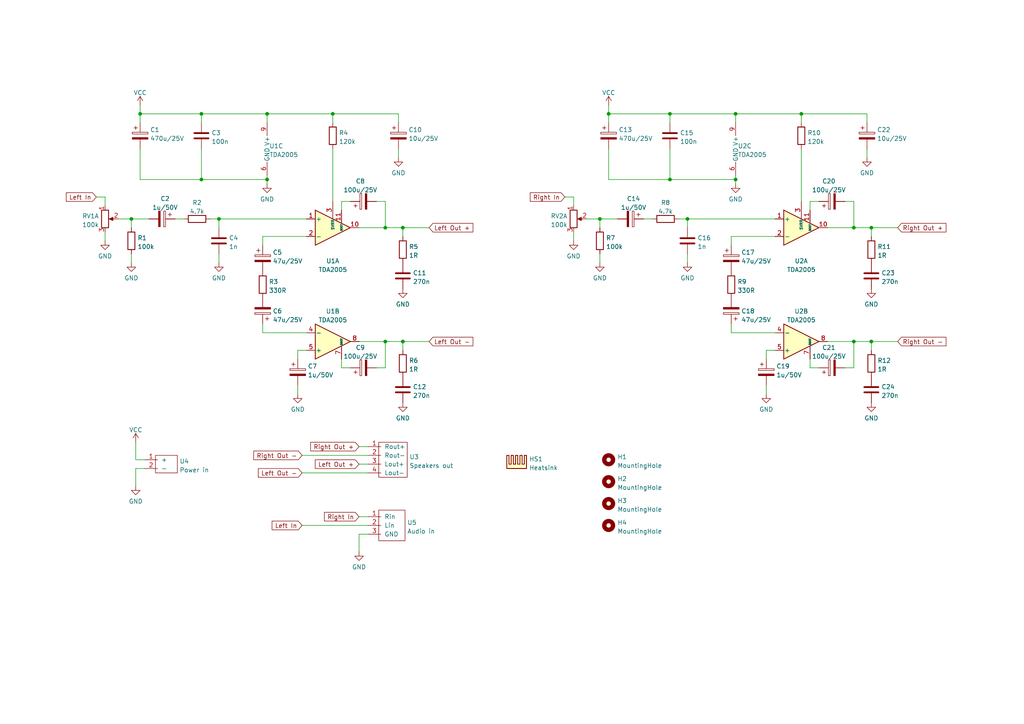
<source format=kicad_sch>
(kicad_sch (version 20230121) (generator eeschema)
  (paper "A4")
  (lib_symbols
    (symbol "Amplifier_Audio:TDA2005" (pin_names (offset 0.127))
      (property "Reference" "U" (at 7.62 6.35 0))
      (property "Value" "TDA2005" (at 7.62 3.81 0))
      (symbol "TDA2005_1_1"
        (polyline (pts (xy -5.08 5.08) (xy 5.08 0) (xy -5.08 -5.08) (xy -5.08 5.08)) (stroke (width 0.254)) (fill (type background)))
        (pin input line (at -7.62 2.54 0) (length 2.54) (name "+") (number "1"))
        (pin output line (at 7.62 0 180) (length 2.54) (name "~") (number "10"))
        (pin passive line (at 2.54 5.08 270) (length 3.81) (name "BOOT") (number "11"))
        (pin input line (at -7.62 -2.54 0) (length 2.54) (name "-") (number "2"))
        (pin passive line (at 0 7.62 270) (length 5.08) (name "SVRR") (number "3"))
      )
      (symbol "TDA2005_2_1"
        (polyline (pts (xy -5.08 5.08) (xy 5.08 0) (xy -5.08 -5.08) (xy -5.08 5.08)) (stroke (width 0.254)) (fill (type background)))
        (pin input line (at -7.62 -2.54 0) (length 2.54) (name "-") (number "4"))
        (pin input line (at -7.62 2.54 0) (length 2.54) (name "+") (number "5"))
        (pin passive line (at 2.54 5.08 270) (length 3.81) (name "BOOT") (number "7"))
        (pin output line (at 7.62 0 180) (length 2.54) (name "~") (number "8"))
      )
      (symbol "TDA2005_3_1"
        (pin power_in line (at -2.54 -7.62 90) (length 3.81) (name "GND") (number "6"))
        (pin power_in line (at -2.54 7.62 270) (length 3.81) (name "V+") (number "9"))
      )
    )
    (symbol "Device:C" (pin_numbers hide) (pin_names (offset 0.254))
      (property "Reference" "C" (at 0.635 2.54 0))
      (property "Value" "C" (at 0.635 -2.54 0))
      (symbol "C_0_1"
        (polyline (pts (xy -2.032 -0.762) (xy 2.032 -0.762)) (stroke (width 0.508)))
        (polyline (pts (xy -2.032 0.762) (xy 2.032 0.762)) (stroke (width 0.508)))
      )
      (symbol "C_1_1"
        (pin passive line (at 0 3.81 270) (length 2.794) (name "~") (number "1"))
        (pin passive line (at 0 -3.81 90) (length 2.794) (name "~") (number "2"))
      )
    )
    (symbol "Device:C_Polarized" (pin_numbers hide) (pin_names (offset 0.254))
      (property "Reference" "C" (at 0.635 2.54 0))
      (property "Value" "C_Polarized" (at 0.635 -2.54 0))
      (symbol "C_Polarized_0_1"
        (rectangle (start -2.286 0.508) (end 2.286 1.016))
        (polyline (pts (xy -1.778 2.286) (xy -0.762 2.286)))
        (polyline (pts (xy -1.27 2.794) (xy -1.27 1.778)))
        (rectangle (start 2.286 -0.508) (end -2.286 -1.016) (fill (type outline)))
      )
      (symbol "C_Polarized_1_1"
        (pin passive line (at 0 3.81 270) (length 2.794) (name "~") (number "1"))
        (pin passive line (at 0 -3.81 90) (length 2.794) (name "~") (number "2"))
      )
    )
    (symbol "Device:R" (pin_numbers hide) (pin_names (offset 0))
      (property "Reference" "R" (at 2.032 0 90))
      (property "Value" "R" (at 0 0 90))
      (symbol "R_0_1"
        (rectangle (start -1.016 -2.54) (end 1.016 2.54) (stroke (width 0.254)))
      )
      (symbol "R_1_1"
        (pin passive line (at 0 3.81 270) (length 1.27) (name "~") (number "1"))
        (pin passive line (at 0 -3.81 90) (length 1.27) (name "~") (number "2"))
      )
    )
    (symbol "Device:R_Potentiometer_Dual_Separate" (pin_names (offset 1.016) hide)
      (property "Reference" "RV" (at -4.445 0 90))
      (property "Value" "R_Potentiometer_Dual_Separate" (at -2.54 0 90))
      (symbol "R_Potentiometer_Dual_Separate_0_1"
        (polyline (pts (xy 2.54 0) (xy 1.524 0)))
        (polyline (pts (xy 1.143 0) (xy 2.286 0.508) (xy 2.286 -0.508) (xy 1.143 0)) (fill (type outline)))
        (rectangle (start 1.016 2.54) (end -1.016 -2.54) (stroke (width 0.254)))
      )
      (symbol "R_Potentiometer_Dual_Separate_1_1"
        (pin passive line (at 0 3.81 270) (length 1.27) (name "1") (number "1"))
        (pin passive line (at 3.81 0 180) (length 1.27) (name "2") (number "2"))
        (pin passive line (at 0 -3.81 90) (length 1.27) (name "3") (number "3"))
      )
      (symbol "R_Potentiometer_Dual_Separate_2_1"
        (pin passive line (at 0 3.81 270) (length 1.27) (name "4") (number "4"))
        (pin passive line (at 3.81 0 180) (length 1.27) (name "5") (number "5"))
        (pin passive line (at 0 -3.81 90) (length 1.27) (name "6") (number "6"))
      )
    )
    (symbol "Mechanical:Heatsink" (pin_names (offset 1.016))
      (property "Reference" "HS" (at 0 5.08 0))
      (property "Value" "Heatsink" (at 0 -1.27 0))
      (symbol "Heatsink_0_1"
        (polyline (pts (xy -0.3302 1.27) (xy -0.9652 1.27) (xy -0.9652 3.81) (xy -1.6002 3.81) (xy -1.6002 1.27) (xy -2.2352 1.27) (xy -2.2352 3.81) (xy -2.8702 3.81) (xy -2.8702 0) (xy -0.9652 0)) (stroke (width 0.254)) (fill (type background)))
        (polyline (pts (xy -0.3302 1.27) (xy -0.3302 3.81) (xy 0.3048 3.81) (xy 0.3048 1.27) (xy 0.9398 1.27) (xy 0.9398 3.81) (xy 1.5748 3.81) (xy 1.5748 1.27) (xy 2.2098 1.27) (xy 2.2098 3.81) (xy 2.8448 3.81) (xy 2.8448 0) (xy -0.9652 0)) (stroke (width 0.254)) (fill (type background)))
      )
    )
    (symbol "Mechanical:MountingHole" (pin_names (offset 1.016))
      (property "Reference" "H" (at 0 5.08 0))
      (property "Value" "MountingHole" (at 0 3.175 0))
      (symbol "MountingHole_0_1"
        (circle (center 0 0) (radius 1.27) (stroke (width 1.27)))
      )
    )
    (symbol "My_Parts:2-pole_power_in_screw_terminal" (pin_names (offset 1.016))
      (property "Reference" "U" (at 4.445 3.175 0))
      (property "Value" "2-pole_power_in_screw_terminal" (at 6.35 -5.715 0))
      (symbol "2-pole_power_in_screw_terminal_0_1"
        (rectangle (start 3.175 1.27) (end 9.525 -3.81))
      )
      (symbol "2-pole_power_in_screw_terminal_1_1"
        (pin power_in line (at 0 0 0) (length 3.81) (name "+") (number "1"))
        (pin power_in line (at 0 -2.54 0) (length 3.81) (name "-") (number "2"))
      )
    )
    (symbol "My_Parts:3-pole_RL-input_screw_terminal" (pin_names (offset 1.016))
      (property "Reference" "U" (at 4.445 3.175 0))
      (property "Value" "3-pole_RL-input_screw_terminal" (at 6.35 -8.255 0))
      (symbol "3-pole_RL-input_screw_terminal_0_1"
        (rectangle (start 3.175 1.905) (end 10.795 -6.985))
      )
      (symbol "3-pole_RL-input_screw_terminal_1_1"
        (pin input line (at 0 0 0) (length 3.81) (name "Rin") (number "1"))
        (pin input line (at 0 -2.54 0) (length 3.81) (name "Lin") (number "2"))
        (pin input line (at 0 -5.08 0) (length 3.81) (name "GND") (number "3"))
      )
    )
    (symbol "My_Parts:4-pole_RL-output_screw_terminal" (pin_names (offset 1.016))
      (property "Reference" "U" (at 4.445 3.175 0))
      (property "Value" "4-pole_RL-output_screw_terminal" (at 6.35 -10.795 0))
      (symbol "4-pole_RL-output_screw_terminal_0_1"
        (rectangle (start 3.175 1.27) (end 11.43 -8.89))
      )
      (symbol "4-pole_RL-output_screw_terminal_1_1"
        (pin output line (at 0 0 0) (length 3.81) (name "Rout+") (number "1"))
        (pin output line (at 0 -2.54 0) (length 3.81) (name "Rout-") (number "2"))
        (pin output line (at 0 -5.08 0) (length 3.81) (name "Lout+") (number "3"))
        (pin output line (at 0 -7.62 0) (length 3.81) (name "Lout-") (number "4"))
      )
    )
    (symbol "power:GND" (power) (pin_names (offset 0))
      (property "Value" "GND" (at 0 -3.81 0))
      (symbol "GND_0_1"
        (polyline (pts (xy 0 0) (xy 0 -1.27) (xy 1.27 -1.27) (xy 0 -2.54) (xy -1.27 -1.27) (xy 0 -1.27)))
      )
      (symbol "GND_1_1"
        (pin power_in line (at 0 0 270) (length 0) hide (name "GND") (number "1"))
      )
    )
    (symbol "power:VCC" (power) (pin_names (offset 0))
      (property "Value" "VCC" (at 0 3.81 0))
      (symbol "VCC_0_1"
        (polyline (pts (xy -0.762 1.27) (xy 0 2.54)))
        (polyline (pts (xy 0 0) (xy 0 2.54)))
        (polyline (pts (xy 0 2.54) (xy 0.762 1.27)))
      )
      (symbol "VCC_1_1"
        (pin power_in line (at 0 0 90) (length 0) hide (name "VCC") (number "1"))
      )
    )
  )
  (junction (at 173.99 63.5))
  (junction (at 194.31 52.07))
  (junction (at 213.36 33.02))
  (junction (at 40.64 33.02))
  (junction (at 63.5 63.5))
  (junction (at 176.53 33.02))
  (junction (at 116.84 66.04))
  (junction (at 38.1 63.5))
  (junction (at 111.76 66.04))
  (junction (at 213.36 52.07))
  (junction (at 58.42 52.07))
  (junction (at 77.47 33.02))
  (junction (at 199.39 63.5))
  (junction (at 247.65 66.04))
  (junction (at 58.42 33.02))
  (junction (at 252.73 99.06))
  (junction (at 247.65 99.06))
  (junction (at 194.31 33.02))
  (junction (at 116.84 99.06))
  (junction (at 77.47 52.07))
  (junction (at 96.52 33.02))
  (junction (at 111.76 99.06))
  (junction (at 252.73 66.04))
  (junction (at 232.41 33.02))
  (wire (pts (xy 176.53 33.02) (xy 176.53 35.56)))
  (wire (pts (xy 194.31 52.07) (xy 176.53 52.07)))
  (wire (pts (xy 99.06 104.14) (xy 99.06 106.68)))
  (wire (pts (xy 104.14 160.02) (xy 104.14 154.94)))
  (wire (pts (xy 111.76 99.06) (xy 104.14 99.06)))
  (wire (pts (xy 251.46 43.18) (xy 251.46 45.72)))
  (wire (pts (xy 247.65 58.42) (xy 245.11 58.42)))
  (wire (pts (xy 232.41 35.56) (xy 232.41 33.02)))
  (wire (pts (xy 176.53 30.48) (xy 176.53 33.02)))
  (wire (pts (xy 170.18 63.5) (xy 173.99 63.5)))
  (wire (pts (xy 88.9 63.5) (xy 63.5 63.5)))
  (wire (pts (xy 213.36 50.8) (xy 213.36 52.07)))
  (wire (pts (xy 76.2 68.58) (xy 76.2 71.12)))
  (wire (pts (xy 96.52 43.18) (xy 96.52 58.42)))
  (wire (pts (xy 232.41 43.18) (xy 232.41 58.42)))
  (wire (pts (xy 173.99 63.5) (xy 179.07 63.5)))
  (wire (pts (xy 77.47 33.02) (xy 77.47 35.56)))
  (wire (pts (xy 176.53 52.07) (xy 176.53 43.18)))
  (wire (pts (xy 40.64 33.02) (xy 40.64 35.56)))
  (wire (pts (xy 38.1 63.5) (xy 43.18 63.5)))
  (wire (pts (xy 186.69 63.5) (xy 189.23 63.5)))
  (wire (pts (xy 86.36 104.14) (xy 86.36 101.6)))
  (wire (pts (xy 252.73 66.04) (xy 252.73 68.58)))
  (wire (pts (xy 247.65 106.68) (xy 247.65 99.06)))
  (wire (pts (xy 116.84 99.06) (xy 124.46 99.06)))
  (wire (pts (xy 222.25 111.76) (xy 222.25 114.3)))
  (wire (pts (xy 213.36 52.07) (xy 194.31 52.07)))
  (wire (pts (xy 30.48 59.69) (xy 30.48 57.15)))
  (wire (pts (xy 213.36 52.07) (xy 213.36 53.34)))
  (wire (pts (xy 63.5 73.66) (xy 63.5 76.2)))
  (wire (pts (xy 77.47 50.8) (xy 77.47 52.07)))
  (wire (pts (xy 50.8 63.5) (xy 53.34 63.5)))
  (wire (pts (xy 58.42 52.07) (xy 40.64 52.07)))
  (wire (pts (xy 109.22 106.68) (xy 111.76 106.68)))
  (wire (pts (xy 104.14 149.86) (xy 106.68 149.86)))
  (wire (pts (xy 247.65 66.04) (xy 252.73 66.04)))
  (wire (pts (xy 252.73 99.06) (xy 260.35 99.06)))
  (wire (pts (xy 76.2 96.52) (xy 76.2 93.98)))
  (wire (pts (xy 222.25 104.14) (xy 222.25 101.6)))
  (wire (pts (xy 224.79 68.58) (xy 212.09 68.58)))
  (wire (pts (xy 115.57 43.18) (xy 115.57 45.72)))
  (wire (pts (xy 111.76 99.06) (xy 116.84 99.06)))
  (wire (pts (xy 252.73 99.06) (xy 252.73 101.6)))
  (wire (pts (xy 104.14 129.54) (xy 106.68 129.54)))
  (wire (pts (xy 99.06 58.42) (xy 101.6 58.42)))
  (wire (pts (xy 194.31 33.02) (xy 194.31 35.56)))
  (wire (pts (xy 247.65 99.06) (xy 240.03 99.06)))
  (wire (pts (xy 86.36 101.6) (xy 88.9 101.6)))
  (wire (pts (xy 116.84 99.06) (xy 116.84 101.6)))
  (wire (pts (xy 27.94 57.15) (xy 30.48 57.15)))
  (wire (pts (xy 234.95 104.14) (xy 234.95 106.68)))
  (wire (pts (xy 199.39 63.5) (xy 199.39 66.04)))
  (wire (pts (xy 115.57 35.56) (xy 115.57 33.02)))
  (wire (pts (xy 163.83 57.15) (xy 166.37 57.15)))
  (wire (pts (xy 234.95 106.68) (xy 237.49 106.68)))
  (wire (pts (xy 166.37 67.31) (xy 166.37 69.85)))
  (wire (pts (xy 99.06 106.68) (xy 101.6 106.68)))
  (wire (pts (xy 96.52 33.02) (xy 77.47 33.02)))
  (wire (pts (xy 87.63 137.16) (xy 106.68 137.16)))
  (wire (pts (xy 222.25 101.6) (xy 224.79 101.6)))
  (wire (pts (xy 58.42 33.02) (xy 40.64 33.02)))
  (wire (pts (xy 88.9 68.58) (xy 76.2 68.58)))
  (wire (pts (xy 245.11 106.68) (xy 247.65 106.68)))
  (wire (pts (xy 111.76 66.04) (xy 116.84 66.04)))
  (wire (pts (xy 77.47 33.02) (xy 58.42 33.02)))
  (wire (pts (xy 63.5 63.5) (xy 63.5 66.04)))
  (wire (pts (xy 86.36 111.76) (xy 86.36 114.3)))
  (wire (pts (xy 212.09 68.58) (xy 212.09 71.12)))
  (wire (pts (xy 38.1 63.5) (xy 38.1 66.04)))
  (wire (pts (xy 251.46 35.56) (xy 251.46 33.02)))
  (wire (pts (xy 224.79 63.5) (xy 199.39 63.5)))
  (wire (pts (xy 60.96 63.5) (xy 63.5 63.5)))
  (wire (pts (xy 224.79 96.52) (xy 212.09 96.52)))
  (wire (pts (xy 30.48 67.31) (xy 30.48 69.85)))
  (wire (pts (xy 234.95 58.42) (xy 237.49 58.42)))
  (wire (pts (xy 77.47 52.07) (xy 58.42 52.07)))
  (wire (pts (xy 40.64 30.48) (xy 40.64 33.02)))
  (wire (pts (xy 116.84 66.04) (xy 124.46 66.04)))
  (wire (pts (xy 38.1 73.66) (xy 38.1 76.2)))
  (wire (pts (xy 77.47 52.07) (xy 77.47 53.34)))
  (wire (pts (xy 104.14 154.94) (xy 106.68 154.94)))
  (wire (pts (xy 39.37 133.35) (xy 39.37 128.27)))
  (wire (pts (xy 104.14 134.62) (xy 106.68 134.62)))
  (wire (pts (xy 41.91 133.35) (xy 39.37 133.35)))
  (wire (pts (xy 194.31 33.02) (xy 176.53 33.02)))
  (wire (pts (xy 87.63 152.4) (xy 106.68 152.4)))
  (wire (pts (xy 34.29 63.5) (xy 38.1 63.5)))
  (wire (pts (xy 96.52 35.56) (xy 96.52 33.02)))
  (wire (pts (xy 199.39 73.66) (xy 199.39 76.2)))
  (wire (pts (xy 115.57 33.02) (xy 96.52 33.02)))
  (wire (pts (xy 252.73 66.04) (xy 260.35 66.04)))
  (wire (pts (xy 111.76 66.04) (xy 111.76 58.42)))
  (wire (pts (xy 247.65 66.04) (xy 247.65 58.42)))
  (wire (pts (xy 234.95 60.96) (xy 234.95 58.42)))
  (wire (pts (xy 232.41 33.02) (xy 213.36 33.02)))
  (wire (pts (xy 99.06 60.96) (xy 99.06 58.42)))
  (wire (pts (xy 251.46 33.02) (xy 232.41 33.02)))
  (wire (pts (xy 39.37 135.89) (xy 39.37 140.97)))
  (wire (pts (xy 166.37 59.69) (xy 166.37 57.15)))
  (wire (pts (xy 116.84 66.04) (xy 116.84 68.58)))
  (wire (pts (xy 87.63 132.08) (xy 106.68 132.08)))
  (wire (pts (xy 196.85 63.5) (xy 199.39 63.5)))
  (wire (pts (xy 58.42 52.07) (xy 58.42 43.18)))
  (wire (pts (xy 173.99 63.5) (xy 173.99 66.04)))
  (wire (pts (xy 213.36 33.02) (xy 213.36 35.56)))
  (wire (pts (xy 58.42 33.02) (xy 58.42 35.56)))
  (wire (pts (xy 111.76 58.42) (xy 109.22 58.42)))
  (wire (pts (xy 247.65 99.06) (xy 252.73 99.06)))
  (wire (pts (xy 41.91 135.89) (xy 39.37 135.89)))
  (wire (pts (xy 104.14 66.04) (xy 111.76 66.04)))
  (wire (pts (xy 240.03 66.04) (xy 247.65 66.04)))
  (wire (pts (xy 194.31 52.07) (xy 194.31 43.18)))
  (wire (pts (xy 213.36 33.02) (xy 194.31 33.02)))
  (wire (pts (xy 111.76 106.68) (xy 111.76 99.06)))
  (wire (pts (xy 40.64 52.07) (xy 40.64 43.18)))
  (wire (pts (xy 173.99 73.66) (xy 173.99 76.2)))
  (wire (pts (xy 88.9 96.52) (xy 76.2 96.52)))
  (wire (pts (xy 212.09 96.52) (xy 212.09 93.98)))
  (global_label "Left Out -" (shape input) (at 124.46 99.06 0) (property "Intersheetrefs" "${INTERSHEET_REFS}" (effects hide)))
  (global_label "Left In" (shape input) (at 87.63 152.4 180) (property "Intersheetrefs" "${INTERSHEET_REFS}" (effects hide)))
  (global_label "Right In" (shape input) (at 104.14 149.86 180) (property "Intersheetrefs" "${INTERSHEET_REFS}" (effects hide)))
  (global_label "Right Out +" (shape input) (at 260.35 66.04 0) (property "Intersheetrefs" "${INTERSHEET_REFS}" (effects hide)))
  (global_label "Right Out -" (shape input) (at 87.63 132.08 180) (property "Intersheetrefs" "${INTERSHEET_REFS}" (effects hide)))
  (global_label "Left In" (shape input) (at 27.94 57.15 180) (property "Intersheetrefs" "${INTERSHEET_REFS}" (effects hide)))
  (global_label "Left Out +" (shape input) (at 104.14 134.62 180) (property "Intersheetrefs" "${INTERSHEET_REFS}" (effects hide)))
  (global_label "Left Out +" (shape input) (at 124.46 66.04 0) (property "Intersheetrefs" "${INTERSHEET_REFS}" (effects hide)))
  (global_label "Right Out +" (shape input) (at 104.14 129.54 180) (property "Intersheetrefs" "${INTERSHEET_REFS}" (effects hide)))
  (global_label "Left Out -" (shape input) (at 87.63 137.16 180) (property "Intersheetrefs" "${INTERSHEET_REFS}" (effects hide)))
  (global_label "Right In" (shape input) (at 163.83 57.15 180) (property "Intersheetrefs" "${INTERSHEET_REFS}" (effects hide)))
  (global_label "Right Out -" (shape input) (at 260.35 99.06 0) (property "Intersheetrefs" "${INTERSHEET_REFS}" (effects hide)))
  (symbol (lib_id "power:GND") (at 251.46 45.72 0) (unit 1)
    (property "Reference" "#PWR0115" (effects hide))
    (property "Value" "GND" (at 251.46 50.1634 0))
  )
  (symbol (lib_id "Device:C_Polarized") (at 251.46 39.37 0) (unit 1)
    (property "Reference" "C22" (at 254.381 37.6463 0) (effects (justify left)))
    (property "Value" "10u{slash}25V" (at 254.381 40.1832 0) (effects (justify left)))
    (property "Footprint" "My_Misc:CP_Radial_D5.0mm_P2.00mm_larger" (effects hide))
  )
  (symbol (lib_id "power:GND") (at 38.1 76.2 0) (unit 1)
    (property "Reference" "#PWR0102" (effects hide))
    (property "Value" "GND" (at 38.1 80.6434 0))
  )
  (symbol (lib_id "Device:C") (at 194.31 39.37 0) (unit 1)
    (property "Reference" "C15" (at 197.231 38.5353 0) (effects (justify left)))
    (property "Value" "100n" (at 197.231 41.0722 0) (effects (justify left)))
    (property "Footprint" "My_Misc:C_Rect_L7.2mm_W2.5mm_P5.00mm_FKS2_FKP2_MKS2_MKP2 large" (effects hide))
  )
  (symbol (lib_id "Device:C") (at 252.73 113.03 0) (unit 1)
    (property "Reference" "C24" (at 255.651 112.1953 0) (effects (justify left)))
    (property "Value" "270n" (at 255.651 114.7322 0) (effects (justify left)))
    (property "Footprint" "My_Misc:C_Rect_L7.2mm_W3.5mm_P5.00mm_FKS2_FKP2_MKS2_MKP2 large" (effects hide))
  )
  (symbol (lib_id "Device:C_Polarized") (at 115.57 39.37 0) (unit 1)
    (property "Reference" "C10" (at 118.491 37.6463 0) (effects (justify left)))
    (property "Value" "10u{slash}25V" (at 118.491 40.1832 0) (effects (justify left)))
    (property "Footprint" "My_Misc:CP_Radial_D5.0mm_P2.00mm_larger" (effects hide))
  )
  (symbol (lib_id "power:GND") (at 116.84 83.82 0) (unit 1)
    (property "Reference" "#PWR0108" (effects hide))
    (property "Value" "GND" (at 116.84 88.2634 0))
  )
  (symbol (lib_id "Mechanical:Heatsink") (at 149.86 135.89 0) (unit 1)
    (property "Reference" "HS1" (at 153.4668 133.1503 0) (effects (justify left)))
    (property "Value" "Heatsink" (at 153.4668 135.6872 0) (effects (justify left)))
    (property "Footprint" "My_Heatsinks:Heatsink SK81 100x37.5x15" (effects hide))
  )
  (symbol (lib_id "Device:R") (at 173.99 69.85 0) (unit 1)
    (property "Reference" "R7" (at 175.768 69.0153 0) (effects (justify left)))
    (property "Value" "100k" (at 175.768 71.5522 0) (effects (justify left)))
    (property "Footprint" "My_Misc:R_Axial_DIN0207_L6.3mm_D2.5mm_P10.16mm_Horizontal_larger_pads" (effects hide))
  )
  (symbol (lib_id "power:GND") (at 104.14 160.02 0) (unit 1)
    (property "Reference" "#PWR0121" (effects hide))
    (property "Value" "GND" (at 104.14 164.4634 0))
  )
  (symbol (lib_id "power:GND") (at 77.47 53.34 0) (unit 1)
    (property "Reference" "#PWR0110" (effects hide))
    (property "Value" "GND" (at 77.47 57.7834 0))
  )
  (symbol (lib_id "power:GND") (at 115.57 45.72 0) (unit 1)
    (property "Reference" "#PWR0112" (effects hide))
    (property "Value" "GND" (at 115.57 50.1634 0))
  )
  (symbol (lib_id "Device:R") (at 252.73 72.39 0) (unit 1)
    (property "Reference" "R11" (at 254.508 71.5553 0) (effects (justify left)))
    (property "Value" "1R" (at 254.508 74.0922 0) (effects (justify left)))
    (property "Footprint" "My_Misc:R_Axial_DIN0207_L6.3mm_D2.5mm_P10.16mm_Horizontal_larger_pads" (effects hide))
  )
  (symbol (lib_id "power:GND") (at 63.5 76.2 0) (unit 1)
    (property "Reference" "#PWR0103" (effects hide))
    (property "Value" "GND" (at 63.5 80.6434 0))
  )
  (symbol (lib_id "power:GND") (at 86.36 114.3 0) (unit 1)
    (property "Reference" "#PWR0104" (effects hide))
    (property "Value" "GND" (at 86.36 118.7434 0))
  )
  (symbol (lib_id "Device:C_Polarized") (at 212.09 90.17 180) (unit 1)
    (property "Reference" "C18" (at 215.011 90.2243 0) (effects (justify right)))
    (property "Value" "47u{slash}25V" (at 215.011 92.7612 0) (effects (justify right)))
    (property "Footprint" "My_Misc:CP_Radial_D5.0mm_P2.00mm_larger" (effects hide))
  )
  (symbol (lib_id "Device:R") (at 116.84 72.39 0) (unit 1)
    (property "Reference" "R5" (at 118.618 71.5553 0) (effects (justify left)))
    (property "Value" "1R" (at 118.618 74.0922 0) (effects (justify left)))
    (property "Footprint" "My_Misc:R_Axial_DIN0207_L6.3mm_D2.5mm_P10.16mm_Horizontal_larger_pads" (effects hide))
  )
  (symbol (lib_id "Device:C") (at 116.84 113.03 0) (unit 1)
    (property "Reference" "C12" (at 119.761 112.1953 0) (effects (justify left)))
    (property "Value" "270n" (at 119.761 114.7322 0) (effects (justify left)))
    (property "Footprint" "My_Misc:C_Rect_L7.2mm_W3.5mm_P5.00mm_FKS2_FKP2_MKS2_MKP2 large" (effects hide))
  )
  (symbol (lib_id "Mechanical:MountingHole") (at 176.53 133.35 0) (unit 1)
    (property "Reference" "H1" (at 179.07 132.5153 0) (effects (justify left)))
    (property "Value" "MountingHole" (at 179.07 135.0522 0) (effects (justify left)))
    (property "Footprint" "MountingHole:MountingHole_3.2mm_M3" (effects hide))
  )
  (symbol (lib_id "Device:C_Polarized") (at 222.25 107.95 0) (unit 1)
    (property "Reference" "C19" (at 225.171 106.2263 0) (effects (justify left)))
    (property "Value" "1u{slash}50V" (at 225.171 108.7632 0) (effects (justify left)))
    (property "Footprint" "My_Misc:CP_Radial_D5.0mm_P2.00mm_larger" (effects hide))
  )
  (symbol (lib_id "Amplifier_Audio:TDA2005") (at 232.41 66.04 0) (unit 1)
    (property "Reference" "U2" (at 232.41 75.6904 0))
    (property "Value" "TDA2005" (at 232.41 78.2273 0))
    (property "Footprint" "My_Misc:TO-220-11_P3.4x5.08mm_StaggerOdd_Lead4.85mm_Vertical_large" (effects hide))
    (property "Datasheet" "http://www.st.com/resource/en/datasheet/cd00000124.pdf" (effects hide))
  )
  (symbol (lib_id "Device:R") (at 96.52 39.37 0) (unit 1)
    (property "Reference" "R4" (at 98.298 38.5353 0) (effects (justify left)))
    (property "Value" "120k" (at 98.298 41.0722 0) (effects (justify left)))
    (property "Footprint" "My_Misc:R_Axial_DIN0207_L6.3mm_D2.5mm_P10.16mm_Horizontal_larger_pads" (effects hide))
  )
  (symbol (lib_id "Device:C_Polarized") (at 241.3 106.68 90) (unit 1)
    (property "Reference" "C21" (at 240.411 100.8212 90))
    (property "Value" "100u{slash}25V" (at 240.411 103.3581 90))
    (property "Footprint" "My_Misc:CP_Radial_D6.3mm_P2.50mm_large" (effects hide))
  )
  (symbol (lib_id "Device:C_Polarized") (at 76.2 90.17 180) (unit 1)
    (property "Reference" "C6" (at 79.121 90.2243 0) (effects (justify right)))
    (property "Value" "47u{slash}25V" (at 79.121 92.7612 0) (effects (justify right)))
    (property "Footprint" "My_Misc:CP_Radial_D5.0mm_P2.00mm_larger" (effects hide))
  )
  (symbol (lib_id "My_Parts:2-pole_power_in_screw_terminal") (at 41.91 133.35 0) (unit 1)
    (property "Reference" "U4" (at 52.07 133.7853 0) (effects (justify left)))
    (property "Value" "Power in" (at 52.07 136.3222 0) (effects (justify left)))
    (property "Footprint" "My_Parts:2-pole_power_in_screw_terminal" (effects hide))
  )
  (symbol (lib_id "Device:C_Polarized") (at 105.41 106.68 90) (unit 1)
    (property "Reference" "C9" (at 104.521 100.8212 90))
    (property "Value" "100u{slash}25V" (at 104.521 103.3581 90))
    (property "Footprint" "My_Misc:CP_Radial_D6.3mm_P2.50mm_large" (effects hide))
  )
  (symbol (lib_id "My_Parts:3-pole_RL-input_screw_terminal") (at 106.68 149.86 0) (unit 1)
    (property "Reference" "U5" (at 118.11 151.5653 0) (effects (justify left)))
    (property "Value" "Audio in" (at 118.11 154.1022 0) (effects (justify left)))
    (property "Footprint" "My_Headers:3-pin JST Audio" (effects hide))
  )
  (symbol (lib_id "Device:C") (at 58.42 39.37 0) (unit 1)
    (property "Reference" "C3" (at 61.341 38.5353 0) (effects (justify left)))
    (property "Value" "100n" (at 61.341 41.0722 0) (effects (justify left)))
    (property "Footprint" "My_Misc:C_Rect_L7.2mm_W2.5mm_P5.00mm_FKS2_FKP2_MKS2_MKP2 large" (effects hide))
  )
  (symbol (lib_id "Device:C") (at 199.39 69.85 0) (unit 1)
    (property "Reference" "C16" (at 202.311 69.0153 0) (effects (justify left)))
    (property "Value" "1n" (at 202.311 71.5522 0) (effects (justify left)))
    (property "Footprint" "My_Misc:C_Rect_L7.2mm_W2.5mm_P5.00mm_FKS2_FKP2_MKS2_MKP2 large" (effects hide))
  )
  (symbol (lib_id "power:GND") (at 252.73 116.84 0) (unit 1)
    (property "Reference" "#PWR0116" (effects hide))
    (property "Value" "GND" (at 252.73 121.2834 0))
  )
  (symbol (lib_id "Amplifier_Audio:TDA2005") (at 80.01 43.18 0) (unit 3)
    (property "Reference" "U1" (at 78.105 42.3453 0) (effects (justify left)))
    (property "Value" "TDA2005" (at 78.105 44.8822 0) (effects (justify left)))
    (property "Footprint" "My_Misc:TO-220-11_P3.4x5.08mm_StaggerOdd_Lead4.85mm_Vertical_large" (effects hide))
    (property "Datasheet" "http://www.st.com/resource/en/datasheet/cd00000124.pdf" (effects hide))
  )
  (symbol (lib_id "power:GND") (at 39.37 140.97 0) (unit 1)
    (property "Reference" "#PWR0119" (effects hide))
    (property "Value" "GND" (at 39.37 145.4134 0))
  )
  (symbol (lib_id "Device:R") (at 212.09 82.55 0) (unit 1)
    (property "Reference" "R9" (at 213.868 81.7153 0) (effects (justify left)))
    (property "Value" "330R" (at 213.868 84.2522 0) (effects (justify left)))
    (property "Footprint" "My_Misc:R_Axial_DIN0207_L6.3mm_D2.5mm_P10.16mm_Horizontal_larger_pads" (effects hide))
  )
  (symbol (lib_id "Device:C") (at 63.5 69.85 0) (unit 1)
    (property "Reference" "C4" (at 66.421 69.0153 0) (effects (justify left)))
    (property "Value" "1n" (at 66.421 71.5522 0) (effects (justify left)))
    (property "Footprint" "My_Misc:C_Rect_L7.2mm_W2.5mm_P5.00mm_FKS2_FKP2_MKS2_MKP2 large" (effects hide))
  )
  (symbol (lib_id "Device:R") (at 232.41 39.37 0) (unit 1)
    (property "Reference" "R10" (at 234.188 38.5353 0) (effects (justify left)))
    (property "Value" "120k" (at 234.188 41.0722 0) (effects (justify left)))
    (property "Footprint" "My_Misc:R_Axial_DIN0207_L6.3mm_D2.5mm_P10.16mm_Horizontal_larger_pads" (effects hide))
  )
  (symbol (lib_id "power:VCC") (at 176.53 30.48 0) (unit 1)
    (property "Reference" "#PWR0109" (effects hide))
    (property "Value" "VCC" (at 176.53 26.9042 0))
  )
  (symbol (lib_id "Device:R_Potentiometer_Dual_Separate") (at 30.48 63.5 0) (unit 1)
    (property "Reference" "RV1" (at 28.702 62.6653 0) (effects (justify right)))
    (property "Value" "100k" (at 28.702 65.2022 0) (effects (justify right)))
    (property "Footprint" "My_Headers:3-pin JST Potentiometer" (effects hide))
  )
  (symbol (lib_id "Device:R_Potentiometer_Dual_Separate") (at 166.37 63.5 0) (unit 1)
    (property "Reference" "RV2" (at 164.592 62.6653 0) (effects (justify right)))
    (property "Value" "100k" (at 164.592 65.2022 0) (effects (justify right)))
    (property "Footprint" "My_Headers:3-pin JST Potentiometer" (effects hide))
  )
  (symbol (lib_id "Mechanical:MountingHole") (at 176.53 146.05 0) (unit 1)
    (property "Reference" "H3" (at 179.07 145.2153 0) (effects (justify left)))
    (property "Value" "MountingHole" (at 179.07 147.7522 0) (effects (justify left)))
    (property "Footprint" "MountingHole:MountingHole_3.2mm_M3" (effects hide))
  )
  (symbol (lib_id "Device:R") (at 38.1 69.85 0) (unit 1)
    (property "Reference" "R1" (at 39.878 69.0153 0) (effects (justify left)))
    (property "Value" "100k" (at 39.878 71.5522 0) (effects (justify left)))
    (property "Footprint" "My_Misc:R_Axial_DIN0207_L6.3mm_D2.5mm_P10.16mm_Horizontal_larger_pads" (effects hide))
  )
  (symbol (lib_id "power:GND") (at 116.84 116.84 0) (unit 1)
    (property "Reference" "#PWR0105" (effects hide))
    (property "Value" "GND" (at 116.84 121.2834 0))
  )
  (symbol (lib_id "Device:R") (at 252.73 105.41 0) (unit 1)
    (property "Reference" "R12" (at 254.508 104.5753 0) (effects (justify left)))
    (property "Value" "1R" (at 254.508 107.1122 0) (effects (justify left)))
    (property "Footprint" "My_Misc:R_Axial_DIN0207_L6.3mm_D2.5mm_P10.16mm_Horizontal_larger_pads" (effects hide))
  )
  (symbol (lib_id "Device:C_Polarized") (at 212.09 74.93 0) (unit 1)
    (property "Reference" "C17" (at 215.011 73.2063 0) (effects (justify left)))
    (property "Value" "47u{slash}25V" (at 215.011 75.7432 0) (effects (justify left)))
    (property "Footprint" "My_Misc:CP_Radial_D5.0mm_P2.00mm_larger" (effects hide))
  )
  (symbol (lib_id "Device:C_Polarized") (at 86.36 107.95 0) (unit 1)
    (property "Reference" "C7" (at 89.281 106.2263 0) (effects (justify left)))
    (property "Value" "1u{slash}50V" (at 89.281 108.7632 0) (effects (justify left)))
    (property "Footprint" "My_Misc:CP_Radial_D5.0mm_P2.00mm_larger" (effects hide))
  )
  (symbol (lib_id "power:GND") (at 222.25 114.3 0) (unit 1)
    (property "Reference" "#PWR0118" (effects hide))
    (property "Value" "GND" (at 222.25 118.7434 0))
  )
  (symbol (lib_id "Device:C_Polarized") (at 76.2 74.93 0) (unit 1)
    (property "Reference" "C5" (at 79.121 73.2063 0) (effects (justify left)))
    (property "Value" "47u{slash}25V" (at 79.121 75.7432 0) (effects (justify left)))
    (property "Footprint" "My_Misc:CP_Radial_D5.0mm_P2.00mm_larger" (effects hide))
  )
  (symbol (lib_id "power:GND") (at 213.36 53.34 0) (unit 1)
    (property "Reference" "#PWR0113" (effects hide))
    (property "Value" "GND" (at 213.36 57.7834 0))
  )
  (symbol (lib_id "Amplifier_Audio:TDA2005") (at 232.41 99.06 0) (mirror x) (unit 2)
    (property "Reference" "U2" (at 232.41 90.2802 0))
    (property "Value" "TDA2005" (at 232.41 92.8171 0))
    (property "Footprint" "My_Misc:TO-220-11_P3.4x5.08mm_StaggerOdd_Lead4.85mm_Vertical_large" (effects hide))
    (property "Datasheet" "http://www.st.com/resource/en/datasheet/cd00000124.pdf" (effects hide))
  )
  (symbol (lib_id "Device:C") (at 252.73 80.01 0) (unit 1)
    (property "Reference" "C23" (at 255.651 79.1753 0) (effects (justify left)))
    (property "Value" "270n" (at 255.651 81.7122 0) (effects (justify left)))
    (property "Footprint" "My_Misc:C_Rect_L7.2mm_W3.5mm_P5.00mm_FKS2_FKP2_MKS2_MKP2 large" (effects hide))
  )
  (symbol (lib_id "power:GND") (at 166.37 69.85 0) (unit 1)
    (property "Reference" "#PWR0107" (effects hide))
    (property "Value" "GND" (at 166.37 74.2934 0))
  )
  (symbol (lib_id "Device:R") (at 57.15 63.5 90) (unit 1)
    (property "Reference" "R2" (at 57.15 58.7842 90))
    (property "Value" "4.7k" (at 57.15 61.3211 90))
    (property "Footprint" "My_Misc:R_Axial_DIN0207_L6.3mm_D2.5mm_P10.16mm_Horizontal_larger_pads" (effects hide))
  )
  (symbol (lib_id "power:GND") (at 30.48 69.85 0) (unit 1)
    (property "Reference" "#PWR0101" (effects hide))
    (property "Value" "GND" (at 30.48 74.2934 0))
  )
  (symbol (lib_id "Amplifier_Audio:TDA2005") (at 96.52 99.06 0) (mirror x) (unit 2)
    (property "Reference" "U1" (at 96.52 90.2802 0))
    (property "Value" "TDA2005" (at 96.52 92.8171 0))
    (property "Footprint" "My_Misc:TO-220-11_P3.4x5.08mm_StaggerOdd_Lead4.85mm_Vertical_large" (effects hide))
    (property "Datasheet" "http://www.st.com/resource/en/datasheet/cd00000124.pdf" (effects hide))
  )
  (symbol (lib_id "Device:C_Polarized") (at 40.64 39.37 0) (unit 1)
    (property "Reference" "C1" (at 43.561 37.6463 0) (effects (justify left)))
    (property "Value" "470u{slash}25V" (at 43.561 40.1832 0) (effects (justify left)))
    (property "Footprint" "My_Misc:CP_Radial_D10.0mm_P5.00mm_larger" (effects hide))
  )
  (symbol (lib_id "Amplifier_Audio:TDA2005") (at 96.52 66.04 0) (unit 1)
    (property "Reference" "U1" (at 96.52 75.6904 0))
    (property "Value" "TDA2005" (at 96.52 78.2273 0))
    (property "Footprint" "My_Misc:TO-220-11_P3.4x5.08mm_StaggerOdd_Lead4.85mm_Vertical_large" (effects hide))
    (property "Datasheet" "http://www.st.com/resource/en/datasheet/cd00000124.pdf" (effects hide))
  )
  (symbol (lib_id "Amplifier_Audio:TDA2005") (at 215.9 43.18 0) (unit 3)
    (property "Reference" "U2" (at 213.995 42.3453 0) (effects (justify left)))
    (property "Value" "TDA2005" (at 213.995 44.8822 0) (effects (justify left)))
    (property "Footprint" "My_Misc:TO-220-11_P3.4x5.08mm_StaggerOdd_Lead4.85mm_Vertical_large" (effects hide))
    (property "Datasheet" "http://www.st.com/resource/en/datasheet/cd00000124.pdf" (effects hide))
  )
  (symbol (lib_id "Mechanical:MountingHole") (at 176.53 139.7 0) (unit 1)
    (property "Reference" "H2" (at 179.07 138.8653 0) (effects (justify left)))
    (property "Value" "MountingHole" (at 179.07 141.4022 0) (effects (justify left)))
    (property "Footprint" "MountingHole:MountingHole_3.2mm_M3" (effects hide))
  )
  (symbol (lib_id "Device:C_Polarized") (at 105.41 58.42 90) (unit 1)
    (property "Reference" "C8" (at 104.521 52.5612 90))
    (property "Value" "100u{slash}25V" (at 104.521 55.0981 90))
    (property "Footprint" "My_Misc:CP_Radial_D6.3mm_P2.50mm_large" (effects hide))
  )
  (symbol (lib_id "power:GND") (at 252.73 83.82 0) (unit 1)
    (property "Reference" "#PWR0117" (effects hide))
    (property "Value" "GND" (at 252.73 88.2634 0))
  )
  (symbol (lib_id "Device:C_Polarized") (at 241.3 58.42 90) (unit 1)
    (property "Reference" "C20" (at 240.411 52.5612 90))
    (property "Value" "100u{slash}25V" (at 240.411 55.0981 90))
    (property "Footprint" "My_Misc:CP_Radial_D6.3mm_P2.50mm_large" (effects hide))
  )
  (symbol (lib_id "Device:C_Polarized") (at 176.53 39.37 0) (unit 1)
    (property "Reference" "C13" (at 179.451 37.6463 0) (effects (justify left)))
    (property "Value" "470u{slash}25V" (at 179.451 40.1832 0) (effects (justify left)))
    (property "Footprint" "My_Misc:CP_Radial_D10.0mm_P5.00mm_larger" (effects hide))
  )
  (symbol (lib_id "Device:R") (at 193.04 63.5 90) (unit 1)
    (property "Reference" "R8" (at 193.04 58.7842 90))
    (property "Value" "4.7k" (at 193.04 61.3211 90))
    (property "Footprint" "My_Misc:R_Axial_DIN0207_L6.3mm_D2.5mm_P10.16mm_Horizontal_larger_pads" (effects hide))
  )
  (symbol (lib_id "Mechanical:MountingHole") (at 176.53 152.4 0) (unit 1)
    (property "Reference" "H4" (at 179.07 151.5653 0) (effects (justify left)))
    (property "Value" "MountingHole" (at 179.07 154.1022 0) (effects (justify left)))
    (property "Footprint" "MountingHole:MountingHole_3.2mm_M3" (effects hide))
  )
  (symbol (lib_id "Device:C_Polarized") (at 46.99 63.5 270) (unit 1)
    (property "Reference" "C2" (at 47.879 57.6412 90))
    (property "Value" "1u{slash}50V" (at 47.879 60.1781 90))
    (property "Footprint" "My_Misc:CP_Radial_D5.0mm_P2.00mm_larger" (effects hide))
  )
  (symbol (lib_id "power:GND") (at 173.99 76.2 0) (unit 1)
    (property "Reference" "#PWR0106" (effects hide))
    (property "Value" "GND" (at 173.99 80.6434 0))
  )
  (symbol (lib_id "Device:C") (at 116.84 80.01 0) (unit 1)
    (property "Reference" "C11" (at 119.761 79.1753 0) (effects (justify left)))
    (property "Value" "270n" (at 119.761 81.7122 0) (effects (justify left)))
    (property "Footprint" "My_Misc:C_Rect_L7.2mm_W3.5mm_P5.00mm_FKS2_FKP2_MKS2_MKP2 large" (effects hide))
  )
  (symbol (lib_id "power:VCC") (at 39.37 128.27 0) (unit 1)
    (property "Reference" "#PWR0120" (effects hide))
    (property "Value" "VCC" (at 39.37 124.6942 0))
  )
  (symbol (lib_id "My_Parts:4-pole_RL-output_screw_terminal") (at 106.68 129.54 0) (unit 1)
    (property "Reference" "U3" (at 118.745 132.5153 0) (effects (justify left)))
    (property "Value" "Speakers out" (at 118.745 135.0522 0) (effects (justify left)))
    (property "Footprint" "My_Parts:4-pole_screw_terminal_RL_output" (effects hide))
  )
  (symbol (lib_id "power:GND") (at 199.39 76.2 0) (unit 1)
    (property "Reference" "#PWR0114" (effects hide))
    (property "Value" "GND" (at 199.39 80.6434 0))
  )
  (symbol (lib_id "Device:R") (at 116.84 105.41 0) (unit 1)
    (property "Reference" "R6" (at 118.618 104.5753 0) (effects (justify left)))
    (property "Value" "1R" (at 118.618 107.1122 0) (effects (justify left)))
    (property "Footprint" "My_Misc:R_Axial_DIN0207_L6.3mm_D2.5mm_P10.16mm_Horizontal_larger_pads" (effects hide))
  )
  (symbol (lib_id "Device:C_Polarized") (at 182.88 63.5 270) (unit 1)
    (property "Reference" "C14" (at 183.769 57.6412 90))
    (property "Value" "1u{slash}50V" (at 183.769 60.1781 90))
    (property "Footprint" "My_Misc:CP_Radial_D5.0mm_P2.00mm_larger" (effects hide))
  )
  (symbol (lib_id "Device:R") (at 76.2 82.55 0) (unit 1)
    (property "Reference" "R3" (at 77.978 81.7153 0) (effects (justify left)))
    (property "Value" "330R" (at 77.978 84.2522 0) (effects (justify left)))
    (property "Footprint" "My_Misc:R_Axial_DIN0207_L6.3mm_D2.5mm_P10.16mm_Horizontal_larger_pads" (effects hide))
  )
  (symbol (lib_id "power:VCC") (at 40.64 30.48 0) (unit 1)
    (property "Reference" "#PWR0111" (effects hide))
    (property "Value" "VCC" (at 40.64 26.9042 0))
  )
)
</source>
